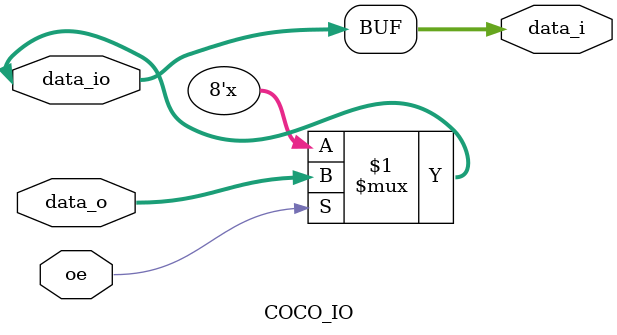
<source format=v>



`timescale 1ns/1ps

module COCO_IO #(
    parameter WIDTH = 8
)(
    inout [WIDTH-1:0] data_io,
    input oe,
    input [WIDTH-1:0] data_o,        // not an error: input of the module is the output data
    output [WIDTH-1:0] data_i

);

    assign data_io = oe ? data_o : 8'bz ; // To drive the inout net
    assign data_i = data_io;

`ifdef COCOTB_SIM
    initial begin
      $dumpfile ("waveform.vcd");
      $dumpvars (0,COCO_IO);
      #1;
    end
`endif

endmodule

</source>
